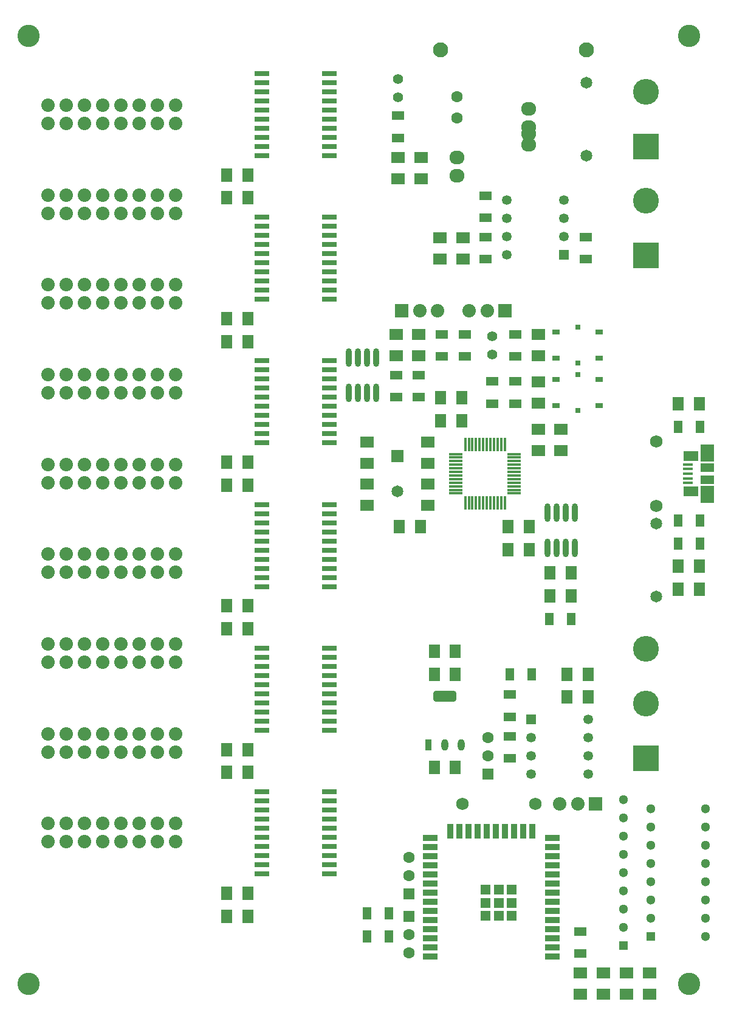
<source format=gts>
G04*
G04 #@! TF.GenerationSoftware,Altium Limited,Altium Designer,20.2.6 (244)*
G04*
G04 Layer_Color=8388736*
%FSLAX25Y25*%
%MOIN*%
G70*
G04*
G04 #@! TF.SameCoordinates,DA10D54E-F5E1-4E40-92F4-FD95AF22BDD1*
G04*
G04*
G04 #@! TF.FilePolarity,Negative*
G04*
G01*
G75*
%ADD18R,0.07480X0.04626*%
%ADD19R,0.07480X0.09350*%
%ADD20R,0.08268X0.05807*%
%ADD21R,0.05433X0.01772*%
%ADD23R,0.05927X0.07316*%
%ADD24R,0.03749X0.06316*%
G04:AMPARAMS|DCode=25|XSize=63.16mil|YSize=37.49mil|CornerRadius=18.74mil|HoleSize=0mil|Usage=FLASHONLY|Rotation=90.000|XOffset=0mil|YOffset=0mil|HoleType=Round|Shape=RoundedRectangle|*
%AMROUNDEDRECTD25*
21,1,0.06316,0.00000,0,0,90.0*
21,1,0.02568,0.03749,0,0,90.0*
1,1,0.03749,0.00000,0.01284*
1,1,0.03749,0.00000,-0.01284*
1,1,0.03749,0.00000,-0.01284*
1,1,0.03749,0.00000,0.01284*
%
%ADD25ROUNDEDRECTD25*%
G04:AMPARAMS|DCode=26|XSize=63.16mil|YSize=128.43mil|CornerRadius=18.63mil|HoleSize=0mil|Usage=FLASHONLY|Rotation=90.000|XOffset=0mil|YOffset=0mil|HoleType=Round|Shape=RoundedRectangle|*
%AMROUNDEDRECTD26*
21,1,0.06316,0.09117,0,0,90.0*
21,1,0.02590,0.12843,0,0,90.0*
1,1,0.03727,0.04558,0.01295*
1,1,0.03727,0.04558,-0.01295*
1,1,0.03727,-0.04558,-0.01295*
1,1,0.03727,-0.04558,0.01295*
%
%ADD26ROUNDEDRECTD26*%
%ADD27R,0.04953X0.07134*%
%ADD28R,0.07134X0.04953*%
%ADD29R,0.05236X0.05236*%
%ADD30R,0.03543X0.07874*%
%ADD31R,0.07874X0.03543*%
%ADD32R,0.07316X0.05927*%
%ADD38O,0.03150X0.10236*%
%ADD39R,0.04331X0.03150*%
%ADD40R,0.03150X0.02756*%
%ADD41R,0.08071X0.02953*%
%ADD42R,0.07480X0.01575*%
%ADD43R,0.01575X0.07480*%
%ADD44R,0.06299X0.06299*%
%ADD45C,0.06299*%
%ADD46C,0.06894*%
%ADD47R,0.05315X0.05315*%
%ADD48C,0.05315*%
%ADD49C,0.07394*%
%ADD50R,0.07394X0.07394*%
%ADD51C,0.05118*%
%ADD52R,0.05118X0.05118*%
%ADD53C,0.14173*%
%ADD54R,0.14173X0.14173*%
%ADD55C,0.06496*%
%ADD56O,0.08268X0.07480*%
%ADD57C,0.06500*%
%ADD58R,0.06500X0.06500*%
%ADD59C,0.05594*%
%ADD60C,0.06890*%
%ADD61C,0.08268*%
%ADD62C,0.12205*%
D18*
X447047Y357628D02*
D03*
Y351033D02*
D03*
D19*
Y365797D02*
D03*
Y342864D02*
D03*
D20*
X437992Y364026D02*
D03*
Y344636D02*
D03*
D21*
X436575Y359449D02*
D03*
Y356890D02*
D03*
Y354331D02*
D03*
Y351772D02*
D03*
Y349213D02*
D03*
D23*
X349513Y325197D02*
D03*
X337888D02*
D03*
X349513Y312598D02*
D03*
X337888D02*
D03*
X360723Y300000D02*
D03*
X372348D02*
D03*
X360723Y287402D02*
D03*
X372348D02*
D03*
X308962Y193307D02*
D03*
X297337D02*
D03*
X308962Y244488D02*
D03*
X297337D02*
D03*
X308962Y257087D02*
D03*
X297337D02*
D03*
X431195Y290945D02*
D03*
X442820D02*
D03*
X431195Y303543D02*
D03*
X442820D02*
D03*
X300881Y383465D02*
D03*
X312505D02*
D03*
X300881Y396063D02*
D03*
X312505D02*
D03*
X195183Y124409D02*
D03*
X183558D02*
D03*
X195183Y111811D02*
D03*
X183558D02*
D03*
X195183Y203150D02*
D03*
X183558D02*
D03*
X195183Y190551D02*
D03*
X183558D02*
D03*
X195183Y281890D02*
D03*
X183558D02*
D03*
X195183Y269291D02*
D03*
X183558D02*
D03*
X195183Y505512D02*
D03*
X183558D02*
D03*
X381797Y231890D02*
D03*
X370172D02*
D03*
X381797Y244488D02*
D03*
X370172D02*
D03*
X442820Y392520D02*
D03*
X431195D02*
D03*
X289671Y325197D02*
D03*
X278046D02*
D03*
X195183Y360630D02*
D03*
X183558D02*
D03*
X195183Y348031D02*
D03*
X183558D02*
D03*
X195183Y439370D02*
D03*
X183558D02*
D03*
X195183Y426772D02*
D03*
X183558D02*
D03*
X195183Y518110D02*
D03*
X183558D02*
D03*
D24*
X294134Y205532D02*
D03*
D25*
X303150D02*
D03*
X312165D02*
D03*
D26*
X303150Y232264D02*
D03*
D27*
X338870Y244488D02*
D03*
X350894D02*
D03*
X260524Y113386D02*
D03*
X272547D02*
D03*
X260524Y100787D02*
D03*
X272547D02*
D03*
X443020Y379921D02*
D03*
X430996D02*
D03*
Y328740D02*
D03*
X443020D02*
D03*
X430996Y316142D02*
D03*
X443020D02*
D03*
X372547Y274803D02*
D03*
X360524D02*
D03*
D28*
X338976Y233177D02*
D03*
Y221154D02*
D03*
Y210343D02*
D03*
Y198319D02*
D03*
X377559Y103256D02*
D03*
Y91232D02*
D03*
X301575Y430815D02*
D03*
Y418791D02*
D03*
X341732Y418791D02*
D03*
Y430815D02*
D03*
X341732Y392807D02*
D03*
Y404831D02*
D03*
X329134Y392807D02*
D03*
Y404831D02*
D03*
X325590Y494776D02*
D03*
Y506799D02*
D03*
Y471941D02*
D03*
Y483964D02*
D03*
X380315Y471941D02*
D03*
Y483964D02*
D03*
X277559Y550500D02*
D03*
Y538476D02*
D03*
X314173Y430815D02*
D03*
Y418791D02*
D03*
X288976Y396350D02*
D03*
Y408374D02*
D03*
X276378Y396350D02*
D03*
Y408374D02*
D03*
D29*
X325453Y126279D02*
D03*
X332677D02*
D03*
X339902D02*
D03*
X325453Y119055D02*
D03*
X332677D02*
D03*
X339902D02*
D03*
X325453Y111831D02*
D03*
X332677D02*
D03*
X339902D02*
D03*
D30*
X306240Y158465D02*
D03*
X311240D02*
D03*
X316240D02*
D03*
X321240D02*
D03*
X326240D02*
D03*
X331240D02*
D03*
X336240D02*
D03*
X341240D02*
D03*
X346240D02*
D03*
X351240D02*
D03*
D31*
X295276Y89527D02*
D03*
Y94528D02*
D03*
Y99528D02*
D03*
Y104527D02*
D03*
Y109528D02*
D03*
Y114527D02*
D03*
Y119527D02*
D03*
Y124528D02*
D03*
Y129527D02*
D03*
Y134528D02*
D03*
Y139527D02*
D03*
Y144527D02*
D03*
Y149528D02*
D03*
Y154527D02*
D03*
X362205D02*
D03*
Y149528D02*
D03*
Y144527D02*
D03*
Y139527D02*
D03*
Y134528D02*
D03*
Y129527D02*
D03*
Y124528D02*
D03*
Y119527D02*
D03*
Y114527D02*
D03*
Y109528D02*
D03*
Y104527D02*
D03*
Y99528D02*
D03*
Y94528D02*
D03*
Y89527D02*
D03*
D32*
X415354Y80616D02*
D03*
Y68991D02*
D03*
X402756Y80616D02*
D03*
Y68991D02*
D03*
X390158Y80616D02*
D03*
Y68991D02*
D03*
X377559Y80616D02*
D03*
Y68991D02*
D03*
X260630Y359936D02*
D03*
Y371560D02*
D03*
Y348726D02*
D03*
Y337101D02*
D03*
X293701Y371560D02*
D03*
Y359936D02*
D03*
X276378Y430616D02*
D03*
Y418991D02*
D03*
X288976Y430616D02*
D03*
Y418991D02*
D03*
X354331Y430616D02*
D03*
Y418991D02*
D03*
X354331Y404631D02*
D03*
Y393006D02*
D03*
X312992Y472140D02*
D03*
Y483765D02*
D03*
X300394Y472140D02*
D03*
Y483765D02*
D03*
X354331Y378647D02*
D03*
Y367022D02*
D03*
X366929Y378647D02*
D03*
Y367022D02*
D03*
X290158Y527559D02*
D03*
Y515934D02*
D03*
X277559Y527559D02*
D03*
Y515934D02*
D03*
X293701Y337101D02*
D03*
Y348726D02*
D03*
D38*
X374429Y332878D02*
D03*
X369429D02*
D03*
X364429D02*
D03*
X359429D02*
D03*
X374429Y313587D02*
D03*
X369429D02*
D03*
X364429D02*
D03*
X359429D02*
D03*
X250374Y398622D02*
D03*
X255374D02*
D03*
X260374D02*
D03*
X265374D02*
D03*
X250374Y417913D02*
D03*
X255374D02*
D03*
X260374D02*
D03*
X265374D02*
D03*
D39*
X364173Y406102D02*
D03*
Y391535D02*
D03*
X387795Y406102D02*
D03*
Y391535D02*
D03*
X364173Y432087D02*
D03*
Y417520D02*
D03*
X387795Y432087D02*
D03*
Y417520D02*
D03*
D40*
X375984Y388976D02*
D03*
Y408661D02*
D03*
X375984Y414961D02*
D03*
Y434646D02*
D03*
D41*
X202658Y134980D02*
D03*
Y139980D02*
D03*
Y144980D02*
D03*
Y149980D02*
D03*
Y154980D02*
D03*
Y159980D02*
D03*
Y164980D02*
D03*
Y169980D02*
D03*
Y174980D02*
D03*
Y179980D02*
D03*
X239862D02*
D03*
Y174980D02*
D03*
Y169980D02*
D03*
Y164980D02*
D03*
Y159980D02*
D03*
Y154980D02*
D03*
Y149980D02*
D03*
Y144980D02*
D03*
Y139980D02*
D03*
Y134980D02*
D03*
X202658Y213720D02*
D03*
Y218720D02*
D03*
Y223720D02*
D03*
Y228720D02*
D03*
Y233720D02*
D03*
Y238720D02*
D03*
Y243720D02*
D03*
Y248720D02*
D03*
Y253720D02*
D03*
Y258720D02*
D03*
X239862D02*
D03*
Y253720D02*
D03*
Y248720D02*
D03*
Y243720D02*
D03*
Y238720D02*
D03*
Y233720D02*
D03*
Y228720D02*
D03*
Y223720D02*
D03*
Y218720D02*
D03*
Y213720D02*
D03*
X202658Y292461D02*
D03*
Y297461D02*
D03*
Y302461D02*
D03*
Y307461D02*
D03*
Y312461D02*
D03*
Y317461D02*
D03*
Y322461D02*
D03*
Y327461D02*
D03*
Y332461D02*
D03*
Y337461D02*
D03*
X239862D02*
D03*
Y332461D02*
D03*
Y327461D02*
D03*
Y322461D02*
D03*
Y317461D02*
D03*
Y312461D02*
D03*
Y307461D02*
D03*
Y302461D02*
D03*
Y297461D02*
D03*
Y292461D02*
D03*
X202658Y371201D02*
D03*
Y376201D02*
D03*
Y381201D02*
D03*
Y386201D02*
D03*
Y391201D02*
D03*
Y396201D02*
D03*
Y401201D02*
D03*
Y406201D02*
D03*
Y411201D02*
D03*
Y416201D02*
D03*
X239862D02*
D03*
Y411201D02*
D03*
Y406201D02*
D03*
Y401201D02*
D03*
Y396201D02*
D03*
Y391201D02*
D03*
Y386201D02*
D03*
Y381201D02*
D03*
Y376201D02*
D03*
Y371201D02*
D03*
X202658Y449941D02*
D03*
Y454941D02*
D03*
Y459941D02*
D03*
Y464941D02*
D03*
Y469941D02*
D03*
Y474941D02*
D03*
Y479941D02*
D03*
Y484941D02*
D03*
Y489941D02*
D03*
Y494941D02*
D03*
X239862D02*
D03*
Y489941D02*
D03*
Y484941D02*
D03*
Y479941D02*
D03*
Y474941D02*
D03*
Y469941D02*
D03*
Y464941D02*
D03*
Y459941D02*
D03*
Y454941D02*
D03*
Y449941D02*
D03*
X202658Y528681D02*
D03*
Y533681D02*
D03*
Y538681D02*
D03*
Y543681D02*
D03*
Y548681D02*
D03*
Y553681D02*
D03*
Y558681D02*
D03*
Y563681D02*
D03*
Y568681D02*
D03*
Y573681D02*
D03*
X239862D02*
D03*
Y568681D02*
D03*
Y563681D02*
D03*
Y558681D02*
D03*
Y553681D02*
D03*
Y548681D02*
D03*
Y543681D02*
D03*
Y538681D02*
D03*
Y533681D02*
D03*
Y528681D02*
D03*
D42*
X309252Y365158D02*
D03*
Y363189D02*
D03*
Y361220D02*
D03*
Y359252D02*
D03*
Y357283D02*
D03*
Y355315D02*
D03*
Y353346D02*
D03*
Y351378D02*
D03*
Y349409D02*
D03*
Y347441D02*
D03*
Y345472D02*
D03*
Y343504D02*
D03*
X341142D02*
D03*
Y345472D02*
D03*
Y347441D02*
D03*
Y349409D02*
D03*
Y351378D02*
D03*
Y353346D02*
D03*
Y355315D02*
D03*
Y357283D02*
D03*
Y359252D02*
D03*
Y361220D02*
D03*
Y363189D02*
D03*
Y365158D02*
D03*
D43*
X314370Y338386D02*
D03*
X316339D02*
D03*
X318307D02*
D03*
X320276D02*
D03*
X322244D02*
D03*
X324213D02*
D03*
X326181D02*
D03*
X328150D02*
D03*
X330118D02*
D03*
X332087D02*
D03*
X334055D02*
D03*
X336024D02*
D03*
Y370276D02*
D03*
X334055D02*
D03*
X332087D02*
D03*
X330118D02*
D03*
X328150D02*
D03*
X326181D02*
D03*
X324213D02*
D03*
X322244D02*
D03*
X320276D02*
D03*
X318307D02*
D03*
X316339D02*
D03*
X314370D02*
D03*
D44*
X326772Y189606D02*
D03*
X283465Y111732D02*
D03*
Y123858D02*
D03*
D45*
X326772Y199606D02*
D03*
Y209606D02*
D03*
X309842Y561024D02*
D03*
Y549213D02*
D03*
X283465Y101732D02*
D03*
Y91732D02*
D03*
Y143858D02*
D03*
Y133858D02*
D03*
D46*
X312677Y173228D02*
D03*
X352677D02*
D03*
D47*
X350512Y219724D02*
D03*
X368386Y474370D02*
D03*
D48*
X350512Y209724D02*
D03*
Y199724D02*
D03*
Y189724D02*
D03*
X381772D02*
D03*
Y199724D02*
D03*
Y209724D02*
D03*
Y219724D02*
D03*
X368386Y484370D02*
D03*
Y494370D02*
D03*
Y504370D02*
D03*
X337126D02*
D03*
Y494370D02*
D03*
Y484370D02*
D03*
Y474370D02*
D03*
D49*
X366142Y173228D02*
D03*
X375984D02*
D03*
X155512Y556260D02*
D03*
X145512D02*
D03*
X135512D02*
D03*
X125512D02*
D03*
X115512D02*
D03*
X105512D02*
D03*
X95512D02*
D03*
X85512D02*
D03*
X155512Y546260D02*
D03*
X145512D02*
D03*
X135512D02*
D03*
X125512D02*
D03*
X115512D02*
D03*
X105512D02*
D03*
X95512D02*
D03*
X85512D02*
D03*
X155512Y507047D02*
D03*
X145512D02*
D03*
X135512D02*
D03*
X125512D02*
D03*
X115512D02*
D03*
X105512D02*
D03*
X95512D02*
D03*
X85512D02*
D03*
X155512Y497047D02*
D03*
X145512D02*
D03*
X135512D02*
D03*
X125512D02*
D03*
X115512D02*
D03*
X105512D02*
D03*
X95512D02*
D03*
X85512D02*
D03*
X155512Y457835D02*
D03*
X145512D02*
D03*
X135512D02*
D03*
X125512D02*
D03*
X115512D02*
D03*
X105512D02*
D03*
X95512D02*
D03*
X85512D02*
D03*
X155512Y447835D02*
D03*
X145512D02*
D03*
X135512D02*
D03*
X125512D02*
D03*
X115512D02*
D03*
X105512D02*
D03*
X95512D02*
D03*
X85512D02*
D03*
X155512Y162559D02*
D03*
X145512D02*
D03*
X135512D02*
D03*
X125512D02*
D03*
X115512D02*
D03*
X105512D02*
D03*
X95512D02*
D03*
X85512D02*
D03*
X155512Y152559D02*
D03*
X145512D02*
D03*
X135512D02*
D03*
X125512D02*
D03*
X115512D02*
D03*
X105512D02*
D03*
X95512D02*
D03*
X85512D02*
D03*
X155512Y211772D02*
D03*
X145512D02*
D03*
X135512D02*
D03*
X125512D02*
D03*
X115512D02*
D03*
X105512D02*
D03*
X95512D02*
D03*
X85512D02*
D03*
X155512Y201772D02*
D03*
X145512D02*
D03*
X135512D02*
D03*
X125512D02*
D03*
X115512D02*
D03*
X105512D02*
D03*
X95512D02*
D03*
X85512D02*
D03*
X155512Y260984D02*
D03*
X145512D02*
D03*
X135512D02*
D03*
X125512D02*
D03*
X115512D02*
D03*
X105512D02*
D03*
X95512D02*
D03*
X85512D02*
D03*
X155512Y250984D02*
D03*
X145512D02*
D03*
X135512D02*
D03*
X125512D02*
D03*
X115512D02*
D03*
X105512D02*
D03*
X95512D02*
D03*
X85512D02*
D03*
X155512Y310197D02*
D03*
X145512D02*
D03*
X135512D02*
D03*
X125512D02*
D03*
X115512D02*
D03*
X105512D02*
D03*
X95512D02*
D03*
X85512D02*
D03*
X155512Y300197D02*
D03*
X145512D02*
D03*
X135512D02*
D03*
X125512D02*
D03*
X115512D02*
D03*
X105512D02*
D03*
X95512D02*
D03*
X85512D02*
D03*
X155512Y359409D02*
D03*
X145512D02*
D03*
X135512D02*
D03*
X125512D02*
D03*
X115512D02*
D03*
X105512D02*
D03*
X95512D02*
D03*
X85512D02*
D03*
X155512Y349410D02*
D03*
X145512D02*
D03*
X135512D02*
D03*
X125512D02*
D03*
X115512D02*
D03*
X105512D02*
D03*
X95512D02*
D03*
X85512D02*
D03*
X155512Y408622D02*
D03*
X145512D02*
D03*
X135512D02*
D03*
X125512D02*
D03*
X115512D02*
D03*
X105512D02*
D03*
X95512D02*
D03*
X85512D02*
D03*
X155512Y398622D02*
D03*
X145512D02*
D03*
X135512D02*
D03*
X125512D02*
D03*
X115512D02*
D03*
X105512D02*
D03*
X95512D02*
D03*
X85512D02*
D03*
X289370Y443701D02*
D03*
X299213D02*
D03*
X326378D02*
D03*
X316535D02*
D03*
D50*
X385827Y173228D02*
D03*
X279528Y443701D02*
D03*
X336221D02*
D03*
D51*
X401063Y125787D02*
D03*
Y115787D02*
D03*
Y165787D02*
D03*
Y155787D02*
D03*
Y105787D02*
D03*
Y135787D02*
D03*
Y145787D02*
D03*
Y175787D02*
D03*
X446063Y100787D02*
D03*
Y110787D02*
D03*
Y120787D02*
D03*
Y130787D02*
D03*
Y140787D02*
D03*
Y150787D02*
D03*
Y160787D02*
D03*
Y170787D02*
D03*
X416063D02*
D03*
Y160787D02*
D03*
Y150787D02*
D03*
Y140787D02*
D03*
Y130787D02*
D03*
Y120787D02*
D03*
Y110787D02*
D03*
D52*
X401063Y95787D02*
D03*
X416063Y100787D02*
D03*
D53*
X413387Y258441D02*
D03*
Y228441D02*
D03*
X413387Y503917D02*
D03*
Y563760D02*
D03*
D54*
X413387Y198441D02*
D03*
X413387Y473917D02*
D03*
Y533760D02*
D03*
D55*
X419291Y327087D02*
D03*
Y287087D02*
D03*
X380709Y528819D02*
D03*
Y568819D02*
D03*
D56*
X349213Y534646D02*
D03*
Y544488D02*
D03*
Y540551D02*
D03*
Y554331D02*
D03*
X309842Y527559D02*
D03*
Y517717D02*
D03*
D57*
X277165Y344724D02*
D03*
D58*
Y363937D02*
D03*
D59*
X329134Y429803D02*
D03*
Y419803D02*
D03*
X277559Y570748D02*
D03*
Y560748D02*
D03*
D60*
X419291Y336614D02*
D03*
Y372047D02*
D03*
D61*
X380945Y586614D02*
D03*
X300945D02*
D03*
D62*
X437008Y594488D02*
D03*
Y74803D02*
D03*
X74803Y594488D02*
D03*
Y74803D02*
D03*
M02*

</source>
